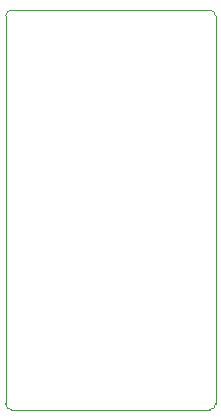
<source format=gbr>
%TF.GenerationSoftware,KiCad,Pcbnew,(5.1.6-0-10_14)*%
%TF.CreationDate,2022-02-25T19:50:12-06:00*%
%TF.ProjectId,Bonsai_C4,426f6e73-6169-45f4-9334-2e6b69636164,rev?*%
%TF.SameCoordinates,Original*%
%TF.FileFunction,Profile,NP*%
%FSLAX46Y46*%
G04 Gerber Fmt 4.6, Leading zero omitted, Abs format (unit mm)*
G04 Created by KiCad (PCBNEW (5.1.6-0-10_14)) date 2022-02-25 19:50:12*
%MOMM*%
%LPD*%
G01*
G04 APERTURE LIST*
%TA.AperFunction,Profile*%
%ADD10C,0.050000*%
%TD*%
G04 APERTURE END LIST*
D10*
X114470000Y-129210000D02*
X100770000Y-129210000D01*
X99230000Y-95380000D02*
G75*
G03*
X98730000Y-95880000I0J-500000D01*
G01*
X116510000Y-95880000D02*
G75*
G03*
X116010000Y-95380000I-500000J0D01*
G01*
X116010000Y-95380000D02*
X99230000Y-95380000D01*
X98730000Y-128710000D02*
G75*
G03*
X99230000Y-129210000I500000J0D01*
G01*
X99230000Y-129210000D02*
X100770000Y-129210000D01*
X116510000Y-128710000D02*
G75*
G02*
X116010000Y-129210000I-500000J0D01*
G01*
X116010000Y-129210000D02*
X114470000Y-129210000D01*
X116510000Y-128710000D02*
X116510000Y-95880000D01*
X98730000Y-95880000D02*
X98730000Y-128710000D01*
M02*

</source>
